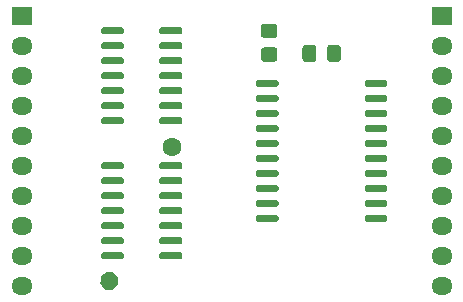
<source format=gbr>
G04 #@! TF.GenerationSoftware,KiCad,Pcbnew,(5.1.8)-1*
G04 #@! TF.CreationDate,2023-07-12T22:57:21+03:00*
G04 #@! TF.ProjectId,INV,494e562e-6b69-4636-9164-5f7063625858,rev?*
G04 #@! TF.SameCoordinates,PX48ab840PY2455c20*
G04 #@! TF.FileFunction,Soldermask,Top*
G04 #@! TF.FilePolarity,Negative*
%FSLAX46Y46*%
G04 Gerber Fmt 4.6, Leading zero omitted, Abs format (unit mm)*
G04 Created by KiCad (PCBNEW (5.1.8)-1) date 2023-07-12 22:57:21*
%MOMM*%
%LPD*%
G01*
G04 APERTURE LIST*
%ADD10C,1.600000*%
%ADD11O,1.800000X1.500000*%
%ADD12R,1.800000X1.500000*%
G04 APERTURE END LIST*
G36*
G01*
X27490000Y-5240000D02*
X27490000Y-6190000D01*
G75*
G02*
X27240000Y-6440000I-250000J0D01*
G01*
X26565000Y-6440000D01*
G75*
G02*
X26315000Y-6190000I0J250000D01*
G01*
X26315000Y-5240000D01*
G75*
G02*
X26565000Y-4990000I250000J0D01*
G01*
X27240000Y-4990000D01*
G75*
G02*
X27490000Y-5240000I0J-250000D01*
G01*
G37*
G36*
G01*
X29565000Y-5240000D02*
X29565000Y-6190000D01*
G75*
G02*
X29315000Y-6440000I-250000J0D01*
G01*
X28640000Y-6440000D01*
G75*
G02*
X28390000Y-6190000I0J250000D01*
G01*
X28390000Y-5240000D01*
G75*
G02*
X28640000Y-4990000I250000J0D01*
G01*
X29315000Y-4990000D01*
G75*
G02*
X29565000Y-5240000I0J-250000D01*
G01*
G37*
G36*
G01*
X10295367Y-24256301D02*
X10295367Y-24256301D01*
G75*
G02*
X10682318Y-25319442I-338095J-725046D01*
G01*
X10682318Y-25319442D01*
G75*
G02*
X9619177Y-25706393I-725046J338095D01*
G01*
X9619177Y-25706393D01*
G75*
G02*
X9232226Y-24643252I338095J725046D01*
G01*
X9232226Y-24643252D01*
G75*
G02*
X10295367Y-24256301I725046J-338095D01*
G01*
G37*
D10*
X15240000Y-13652500D03*
G36*
G01*
X23945001Y-4410000D02*
X23044999Y-4410000D01*
G75*
G02*
X22795000Y-4160001I0J249999D01*
G01*
X22795000Y-3459999D01*
G75*
G02*
X23044999Y-3210000I249999J0D01*
G01*
X23945001Y-3210000D01*
G75*
G02*
X24195000Y-3459999I0J-249999D01*
G01*
X24195000Y-4160001D01*
G75*
G02*
X23945001Y-4410000I-249999J0D01*
G01*
G37*
G36*
G01*
X23945001Y-6410000D02*
X23044999Y-6410000D01*
G75*
G02*
X22795000Y-6160001I0J249999D01*
G01*
X22795000Y-5459999D01*
G75*
G02*
X23044999Y-5210000I249999J0D01*
G01*
X23945001Y-5210000D01*
G75*
G02*
X24195000Y-5459999I0J-249999D01*
G01*
X24195000Y-6160001D01*
G75*
G02*
X23945001Y-6410000I-249999J0D01*
G01*
G37*
G36*
G01*
X31590000Y-8405000D02*
X31590000Y-8105000D01*
G75*
G02*
X31740000Y-7955000I150000J0D01*
G01*
X33340000Y-7955000D01*
G75*
G02*
X33490000Y-8105000I0J-150000D01*
G01*
X33490000Y-8405000D01*
G75*
G02*
X33340000Y-8555000I-150000J0D01*
G01*
X31740000Y-8555000D01*
G75*
G02*
X31590000Y-8405000I0J150000D01*
G01*
G37*
G36*
G01*
X31590000Y-9675000D02*
X31590000Y-9375000D01*
G75*
G02*
X31740000Y-9225000I150000J0D01*
G01*
X33340000Y-9225000D01*
G75*
G02*
X33490000Y-9375000I0J-150000D01*
G01*
X33490000Y-9675000D01*
G75*
G02*
X33340000Y-9825000I-150000J0D01*
G01*
X31740000Y-9825000D01*
G75*
G02*
X31590000Y-9675000I0J150000D01*
G01*
G37*
G36*
G01*
X31590000Y-10945000D02*
X31590000Y-10645000D01*
G75*
G02*
X31740000Y-10495000I150000J0D01*
G01*
X33340000Y-10495000D01*
G75*
G02*
X33490000Y-10645000I0J-150000D01*
G01*
X33490000Y-10945000D01*
G75*
G02*
X33340000Y-11095000I-150000J0D01*
G01*
X31740000Y-11095000D01*
G75*
G02*
X31590000Y-10945000I0J150000D01*
G01*
G37*
G36*
G01*
X31590000Y-12215000D02*
X31590000Y-11915000D01*
G75*
G02*
X31740000Y-11765000I150000J0D01*
G01*
X33340000Y-11765000D01*
G75*
G02*
X33490000Y-11915000I0J-150000D01*
G01*
X33490000Y-12215000D01*
G75*
G02*
X33340000Y-12365000I-150000J0D01*
G01*
X31740000Y-12365000D01*
G75*
G02*
X31590000Y-12215000I0J150000D01*
G01*
G37*
G36*
G01*
X31590000Y-13485000D02*
X31590000Y-13185000D01*
G75*
G02*
X31740000Y-13035000I150000J0D01*
G01*
X33340000Y-13035000D01*
G75*
G02*
X33490000Y-13185000I0J-150000D01*
G01*
X33490000Y-13485000D01*
G75*
G02*
X33340000Y-13635000I-150000J0D01*
G01*
X31740000Y-13635000D01*
G75*
G02*
X31590000Y-13485000I0J150000D01*
G01*
G37*
G36*
G01*
X31590000Y-14755000D02*
X31590000Y-14455000D01*
G75*
G02*
X31740000Y-14305000I150000J0D01*
G01*
X33340000Y-14305000D01*
G75*
G02*
X33490000Y-14455000I0J-150000D01*
G01*
X33490000Y-14755000D01*
G75*
G02*
X33340000Y-14905000I-150000J0D01*
G01*
X31740000Y-14905000D01*
G75*
G02*
X31590000Y-14755000I0J150000D01*
G01*
G37*
G36*
G01*
X31590000Y-16025000D02*
X31590000Y-15725000D01*
G75*
G02*
X31740000Y-15575000I150000J0D01*
G01*
X33340000Y-15575000D01*
G75*
G02*
X33490000Y-15725000I0J-150000D01*
G01*
X33490000Y-16025000D01*
G75*
G02*
X33340000Y-16175000I-150000J0D01*
G01*
X31740000Y-16175000D01*
G75*
G02*
X31590000Y-16025000I0J150000D01*
G01*
G37*
G36*
G01*
X31590000Y-17295000D02*
X31590000Y-16995000D01*
G75*
G02*
X31740000Y-16845000I150000J0D01*
G01*
X33340000Y-16845000D01*
G75*
G02*
X33490000Y-16995000I0J-150000D01*
G01*
X33490000Y-17295000D01*
G75*
G02*
X33340000Y-17445000I-150000J0D01*
G01*
X31740000Y-17445000D01*
G75*
G02*
X31590000Y-17295000I0J150000D01*
G01*
G37*
G36*
G01*
X31590000Y-18565000D02*
X31590000Y-18265000D01*
G75*
G02*
X31740000Y-18115000I150000J0D01*
G01*
X33340000Y-18115000D01*
G75*
G02*
X33490000Y-18265000I0J-150000D01*
G01*
X33490000Y-18565000D01*
G75*
G02*
X33340000Y-18715000I-150000J0D01*
G01*
X31740000Y-18715000D01*
G75*
G02*
X31590000Y-18565000I0J150000D01*
G01*
G37*
G36*
G01*
X31590000Y-19835000D02*
X31590000Y-19535000D01*
G75*
G02*
X31740000Y-19385000I150000J0D01*
G01*
X33340000Y-19385000D01*
G75*
G02*
X33490000Y-19535000I0J-150000D01*
G01*
X33490000Y-19835000D01*
G75*
G02*
X33340000Y-19985000I-150000J0D01*
G01*
X31740000Y-19985000D01*
G75*
G02*
X31590000Y-19835000I0J150000D01*
G01*
G37*
G36*
G01*
X22390000Y-19835000D02*
X22390000Y-19535000D01*
G75*
G02*
X22540000Y-19385000I150000J0D01*
G01*
X24140000Y-19385000D01*
G75*
G02*
X24290000Y-19535000I0J-150000D01*
G01*
X24290000Y-19835000D01*
G75*
G02*
X24140000Y-19985000I-150000J0D01*
G01*
X22540000Y-19985000D01*
G75*
G02*
X22390000Y-19835000I0J150000D01*
G01*
G37*
G36*
G01*
X22390000Y-18565000D02*
X22390000Y-18265000D01*
G75*
G02*
X22540000Y-18115000I150000J0D01*
G01*
X24140000Y-18115000D01*
G75*
G02*
X24290000Y-18265000I0J-150000D01*
G01*
X24290000Y-18565000D01*
G75*
G02*
X24140000Y-18715000I-150000J0D01*
G01*
X22540000Y-18715000D01*
G75*
G02*
X22390000Y-18565000I0J150000D01*
G01*
G37*
G36*
G01*
X22390000Y-17295000D02*
X22390000Y-16995000D01*
G75*
G02*
X22540000Y-16845000I150000J0D01*
G01*
X24140000Y-16845000D01*
G75*
G02*
X24290000Y-16995000I0J-150000D01*
G01*
X24290000Y-17295000D01*
G75*
G02*
X24140000Y-17445000I-150000J0D01*
G01*
X22540000Y-17445000D01*
G75*
G02*
X22390000Y-17295000I0J150000D01*
G01*
G37*
G36*
G01*
X22390000Y-16025000D02*
X22390000Y-15725000D01*
G75*
G02*
X22540000Y-15575000I150000J0D01*
G01*
X24140000Y-15575000D01*
G75*
G02*
X24290000Y-15725000I0J-150000D01*
G01*
X24290000Y-16025000D01*
G75*
G02*
X24140000Y-16175000I-150000J0D01*
G01*
X22540000Y-16175000D01*
G75*
G02*
X22390000Y-16025000I0J150000D01*
G01*
G37*
G36*
G01*
X22390000Y-14755000D02*
X22390000Y-14455000D01*
G75*
G02*
X22540000Y-14305000I150000J0D01*
G01*
X24140000Y-14305000D01*
G75*
G02*
X24290000Y-14455000I0J-150000D01*
G01*
X24290000Y-14755000D01*
G75*
G02*
X24140000Y-14905000I-150000J0D01*
G01*
X22540000Y-14905000D01*
G75*
G02*
X22390000Y-14755000I0J150000D01*
G01*
G37*
G36*
G01*
X22390000Y-13485000D02*
X22390000Y-13185000D01*
G75*
G02*
X22540000Y-13035000I150000J0D01*
G01*
X24140000Y-13035000D01*
G75*
G02*
X24290000Y-13185000I0J-150000D01*
G01*
X24290000Y-13485000D01*
G75*
G02*
X24140000Y-13635000I-150000J0D01*
G01*
X22540000Y-13635000D01*
G75*
G02*
X22390000Y-13485000I0J150000D01*
G01*
G37*
G36*
G01*
X22390000Y-12215000D02*
X22390000Y-11915000D01*
G75*
G02*
X22540000Y-11765000I150000J0D01*
G01*
X24140000Y-11765000D01*
G75*
G02*
X24290000Y-11915000I0J-150000D01*
G01*
X24290000Y-12215000D01*
G75*
G02*
X24140000Y-12365000I-150000J0D01*
G01*
X22540000Y-12365000D01*
G75*
G02*
X22390000Y-12215000I0J150000D01*
G01*
G37*
G36*
G01*
X22390000Y-10945000D02*
X22390000Y-10645000D01*
G75*
G02*
X22540000Y-10495000I150000J0D01*
G01*
X24140000Y-10495000D01*
G75*
G02*
X24290000Y-10645000I0J-150000D01*
G01*
X24290000Y-10945000D01*
G75*
G02*
X24140000Y-11095000I-150000J0D01*
G01*
X22540000Y-11095000D01*
G75*
G02*
X22390000Y-10945000I0J150000D01*
G01*
G37*
G36*
G01*
X22390000Y-9675000D02*
X22390000Y-9375000D01*
G75*
G02*
X22540000Y-9225000I150000J0D01*
G01*
X24140000Y-9225000D01*
G75*
G02*
X24290000Y-9375000I0J-150000D01*
G01*
X24290000Y-9675000D01*
G75*
G02*
X24140000Y-9825000I-150000J0D01*
G01*
X22540000Y-9825000D01*
G75*
G02*
X22390000Y-9675000I0J150000D01*
G01*
G37*
G36*
G01*
X22390000Y-8405000D02*
X22390000Y-8105000D01*
G75*
G02*
X22540000Y-7955000I150000J0D01*
G01*
X24140000Y-7955000D01*
G75*
G02*
X24290000Y-8105000I0J-150000D01*
G01*
X24290000Y-8405000D01*
G75*
G02*
X24140000Y-8555000I-150000J0D01*
G01*
X22540000Y-8555000D01*
G75*
G02*
X22390000Y-8405000I0J150000D01*
G01*
G37*
D11*
X38100000Y-25400000D03*
X38100000Y-22860000D03*
X38100000Y-20320000D03*
X38100000Y-17780000D03*
X38100000Y-15240000D03*
X38100000Y-12700000D03*
X38100000Y-10160000D03*
X38100000Y-7620000D03*
X38100000Y-5080000D03*
D12*
X38100000Y-2540000D03*
D11*
X2540000Y-25400000D03*
X2540000Y-22860000D03*
X2540000Y-20320000D03*
X2540000Y-17780000D03*
X2540000Y-15240000D03*
X2540000Y-12700000D03*
X2540000Y-10160000D03*
X2540000Y-7620000D03*
X2540000Y-5080000D03*
D12*
X2540000Y-2540000D03*
G36*
G01*
X9250000Y-3960000D02*
X9250000Y-3660000D01*
G75*
G02*
X9400000Y-3510000I150000J0D01*
G01*
X11050000Y-3510000D01*
G75*
G02*
X11200000Y-3660000I0J-150000D01*
G01*
X11200000Y-3960000D01*
G75*
G02*
X11050000Y-4110000I-150000J0D01*
G01*
X9400000Y-4110000D01*
G75*
G02*
X9250000Y-3960000I0J150000D01*
G01*
G37*
G36*
G01*
X9250000Y-5230000D02*
X9250000Y-4930000D01*
G75*
G02*
X9400000Y-4780000I150000J0D01*
G01*
X11050000Y-4780000D01*
G75*
G02*
X11200000Y-4930000I0J-150000D01*
G01*
X11200000Y-5230000D01*
G75*
G02*
X11050000Y-5380000I-150000J0D01*
G01*
X9400000Y-5380000D01*
G75*
G02*
X9250000Y-5230000I0J150000D01*
G01*
G37*
G36*
G01*
X9250000Y-6500000D02*
X9250000Y-6200000D01*
G75*
G02*
X9400000Y-6050000I150000J0D01*
G01*
X11050000Y-6050000D01*
G75*
G02*
X11200000Y-6200000I0J-150000D01*
G01*
X11200000Y-6500000D01*
G75*
G02*
X11050000Y-6650000I-150000J0D01*
G01*
X9400000Y-6650000D01*
G75*
G02*
X9250000Y-6500000I0J150000D01*
G01*
G37*
G36*
G01*
X9250000Y-7770000D02*
X9250000Y-7470000D01*
G75*
G02*
X9400000Y-7320000I150000J0D01*
G01*
X11050000Y-7320000D01*
G75*
G02*
X11200000Y-7470000I0J-150000D01*
G01*
X11200000Y-7770000D01*
G75*
G02*
X11050000Y-7920000I-150000J0D01*
G01*
X9400000Y-7920000D01*
G75*
G02*
X9250000Y-7770000I0J150000D01*
G01*
G37*
G36*
G01*
X9250000Y-9040000D02*
X9250000Y-8740000D01*
G75*
G02*
X9400000Y-8590000I150000J0D01*
G01*
X11050000Y-8590000D01*
G75*
G02*
X11200000Y-8740000I0J-150000D01*
G01*
X11200000Y-9040000D01*
G75*
G02*
X11050000Y-9190000I-150000J0D01*
G01*
X9400000Y-9190000D01*
G75*
G02*
X9250000Y-9040000I0J150000D01*
G01*
G37*
G36*
G01*
X9250000Y-10310000D02*
X9250000Y-10010000D01*
G75*
G02*
X9400000Y-9860000I150000J0D01*
G01*
X11050000Y-9860000D01*
G75*
G02*
X11200000Y-10010000I0J-150000D01*
G01*
X11200000Y-10310000D01*
G75*
G02*
X11050000Y-10460000I-150000J0D01*
G01*
X9400000Y-10460000D01*
G75*
G02*
X9250000Y-10310000I0J150000D01*
G01*
G37*
G36*
G01*
X9250000Y-11580000D02*
X9250000Y-11280000D01*
G75*
G02*
X9400000Y-11130000I150000J0D01*
G01*
X11050000Y-11130000D01*
G75*
G02*
X11200000Y-11280000I0J-150000D01*
G01*
X11200000Y-11580000D01*
G75*
G02*
X11050000Y-11730000I-150000J0D01*
G01*
X9400000Y-11730000D01*
G75*
G02*
X9250000Y-11580000I0J150000D01*
G01*
G37*
G36*
G01*
X14200000Y-11580000D02*
X14200000Y-11280000D01*
G75*
G02*
X14350000Y-11130000I150000J0D01*
G01*
X16000000Y-11130000D01*
G75*
G02*
X16150000Y-11280000I0J-150000D01*
G01*
X16150000Y-11580000D01*
G75*
G02*
X16000000Y-11730000I-150000J0D01*
G01*
X14350000Y-11730000D01*
G75*
G02*
X14200000Y-11580000I0J150000D01*
G01*
G37*
G36*
G01*
X14200000Y-10310000D02*
X14200000Y-10010000D01*
G75*
G02*
X14350000Y-9860000I150000J0D01*
G01*
X16000000Y-9860000D01*
G75*
G02*
X16150000Y-10010000I0J-150000D01*
G01*
X16150000Y-10310000D01*
G75*
G02*
X16000000Y-10460000I-150000J0D01*
G01*
X14350000Y-10460000D01*
G75*
G02*
X14200000Y-10310000I0J150000D01*
G01*
G37*
G36*
G01*
X14200000Y-9040000D02*
X14200000Y-8740000D01*
G75*
G02*
X14350000Y-8590000I150000J0D01*
G01*
X16000000Y-8590000D01*
G75*
G02*
X16150000Y-8740000I0J-150000D01*
G01*
X16150000Y-9040000D01*
G75*
G02*
X16000000Y-9190000I-150000J0D01*
G01*
X14350000Y-9190000D01*
G75*
G02*
X14200000Y-9040000I0J150000D01*
G01*
G37*
G36*
G01*
X14200000Y-7770000D02*
X14200000Y-7470000D01*
G75*
G02*
X14350000Y-7320000I150000J0D01*
G01*
X16000000Y-7320000D01*
G75*
G02*
X16150000Y-7470000I0J-150000D01*
G01*
X16150000Y-7770000D01*
G75*
G02*
X16000000Y-7920000I-150000J0D01*
G01*
X14350000Y-7920000D01*
G75*
G02*
X14200000Y-7770000I0J150000D01*
G01*
G37*
G36*
G01*
X14200000Y-6500000D02*
X14200000Y-6200000D01*
G75*
G02*
X14350000Y-6050000I150000J0D01*
G01*
X16000000Y-6050000D01*
G75*
G02*
X16150000Y-6200000I0J-150000D01*
G01*
X16150000Y-6500000D01*
G75*
G02*
X16000000Y-6650000I-150000J0D01*
G01*
X14350000Y-6650000D01*
G75*
G02*
X14200000Y-6500000I0J150000D01*
G01*
G37*
G36*
G01*
X14200000Y-5230000D02*
X14200000Y-4930000D01*
G75*
G02*
X14350000Y-4780000I150000J0D01*
G01*
X16000000Y-4780000D01*
G75*
G02*
X16150000Y-4930000I0J-150000D01*
G01*
X16150000Y-5230000D01*
G75*
G02*
X16000000Y-5380000I-150000J0D01*
G01*
X14350000Y-5380000D01*
G75*
G02*
X14200000Y-5230000I0J150000D01*
G01*
G37*
G36*
G01*
X14200000Y-3960000D02*
X14200000Y-3660000D01*
G75*
G02*
X14350000Y-3510000I150000J0D01*
G01*
X16000000Y-3510000D01*
G75*
G02*
X16150000Y-3660000I0J-150000D01*
G01*
X16150000Y-3960000D01*
G75*
G02*
X16000000Y-4110000I-150000J0D01*
G01*
X14350000Y-4110000D01*
G75*
G02*
X14200000Y-3960000I0J150000D01*
G01*
G37*
G36*
G01*
X14200000Y-15390000D02*
X14200000Y-15090000D01*
G75*
G02*
X14350000Y-14940000I150000J0D01*
G01*
X16000000Y-14940000D01*
G75*
G02*
X16150000Y-15090000I0J-150000D01*
G01*
X16150000Y-15390000D01*
G75*
G02*
X16000000Y-15540000I-150000J0D01*
G01*
X14350000Y-15540000D01*
G75*
G02*
X14200000Y-15390000I0J150000D01*
G01*
G37*
G36*
G01*
X14200000Y-16660000D02*
X14200000Y-16360000D01*
G75*
G02*
X14350000Y-16210000I150000J0D01*
G01*
X16000000Y-16210000D01*
G75*
G02*
X16150000Y-16360000I0J-150000D01*
G01*
X16150000Y-16660000D01*
G75*
G02*
X16000000Y-16810000I-150000J0D01*
G01*
X14350000Y-16810000D01*
G75*
G02*
X14200000Y-16660000I0J150000D01*
G01*
G37*
G36*
G01*
X14200000Y-17930000D02*
X14200000Y-17630000D01*
G75*
G02*
X14350000Y-17480000I150000J0D01*
G01*
X16000000Y-17480000D01*
G75*
G02*
X16150000Y-17630000I0J-150000D01*
G01*
X16150000Y-17930000D01*
G75*
G02*
X16000000Y-18080000I-150000J0D01*
G01*
X14350000Y-18080000D01*
G75*
G02*
X14200000Y-17930000I0J150000D01*
G01*
G37*
G36*
G01*
X14200000Y-19200000D02*
X14200000Y-18900000D01*
G75*
G02*
X14350000Y-18750000I150000J0D01*
G01*
X16000000Y-18750000D01*
G75*
G02*
X16150000Y-18900000I0J-150000D01*
G01*
X16150000Y-19200000D01*
G75*
G02*
X16000000Y-19350000I-150000J0D01*
G01*
X14350000Y-19350000D01*
G75*
G02*
X14200000Y-19200000I0J150000D01*
G01*
G37*
G36*
G01*
X14200000Y-20470000D02*
X14200000Y-20170000D01*
G75*
G02*
X14350000Y-20020000I150000J0D01*
G01*
X16000000Y-20020000D01*
G75*
G02*
X16150000Y-20170000I0J-150000D01*
G01*
X16150000Y-20470000D01*
G75*
G02*
X16000000Y-20620000I-150000J0D01*
G01*
X14350000Y-20620000D01*
G75*
G02*
X14200000Y-20470000I0J150000D01*
G01*
G37*
G36*
G01*
X14200000Y-21740000D02*
X14200000Y-21440000D01*
G75*
G02*
X14350000Y-21290000I150000J0D01*
G01*
X16000000Y-21290000D01*
G75*
G02*
X16150000Y-21440000I0J-150000D01*
G01*
X16150000Y-21740000D01*
G75*
G02*
X16000000Y-21890000I-150000J0D01*
G01*
X14350000Y-21890000D01*
G75*
G02*
X14200000Y-21740000I0J150000D01*
G01*
G37*
G36*
G01*
X14200000Y-23010000D02*
X14200000Y-22710000D01*
G75*
G02*
X14350000Y-22560000I150000J0D01*
G01*
X16000000Y-22560000D01*
G75*
G02*
X16150000Y-22710000I0J-150000D01*
G01*
X16150000Y-23010000D01*
G75*
G02*
X16000000Y-23160000I-150000J0D01*
G01*
X14350000Y-23160000D01*
G75*
G02*
X14200000Y-23010000I0J150000D01*
G01*
G37*
G36*
G01*
X9250000Y-23010000D02*
X9250000Y-22710000D01*
G75*
G02*
X9400000Y-22560000I150000J0D01*
G01*
X11050000Y-22560000D01*
G75*
G02*
X11200000Y-22710000I0J-150000D01*
G01*
X11200000Y-23010000D01*
G75*
G02*
X11050000Y-23160000I-150000J0D01*
G01*
X9400000Y-23160000D01*
G75*
G02*
X9250000Y-23010000I0J150000D01*
G01*
G37*
G36*
G01*
X9250000Y-21740000D02*
X9250000Y-21440000D01*
G75*
G02*
X9400000Y-21290000I150000J0D01*
G01*
X11050000Y-21290000D01*
G75*
G02*
X11200000Y-21440000I0J-150000D01*
G01*
X11200000Y-21740000D01*
G75*
G02*
X11050000Y-21890000I-150000J0D01*
G01*
X9400000Y-21890000D01*
G75*
G02*
X9250000Y-21740000I0J150000D01*
G01*
G37*
G36*
G01*
X9250000Y-20470000D02*
X9250000Y-20170000D01*
G75*
G02*
X9400000Y-20020000I150000J0D01*
G01*
X11050000Y-20020000D01*
G75*
G02*
X11200000Y-20170000I0J-150000D01*
G01*
X11200000Y-20470000D01*
G75*
G02*
X11050000Y-20620000I-150000J0D01*
G01*
X9400000Y-20620000D01*
G75*
G02*
X9250000Y-20470000I0J150000D01*
G01*
G37*
G36*
G01*
X9250000Y-19200000D02*
X9250000Y-18900000D01*
G75*
G02*
X9400000Y-18750000I150000J0D01*
G01*
X11050000Y-18750000D01*
G75*
G02*
X11200000Y-18900000I0J-150000D01*
G01*
X11200000Y-19200000D01*
G75*
G02*
X11050000Y-19350000I-150000J0D01*
G01*
X9400000Y-19350000D01*
G75*
G02*
X9250000Y-19200000I0J150000D01*
G01*
G37*
G36*
G01*
X9250000Y-17930000D02*
X9250000Y-17630000D01*
G75*
G02*
X9400000Y-17480000I150000J0D01*
G01*
X11050000Y-17480000D01*
G75*
G02*
X11200000Y-17630000I0J-150000D01*
G01*
X11200000Y-17930000D01*
G75*
G02*
X11050000Y-18080000I-150000J0D01*
G01*
X9400000Y-18080000D01*
G75*
G02*
X9250000Y-17930000I0J150000D01*
G01*
G37*
G36*
G01*
X9250000Y-16660000D02*
X9250000Y-16360000D01*
G75*
G02*
X9400000Y-16210000I150000J0D01*
G01*
X11050000Y-16210000D01*
G75*
G02*
X11200000Y-16360000I0J-150000D01*
G01*
X11200000Y-16660000D01*
G75*
G02*
X11050000Y-16810000I-150000J0D01*
G01*
X9400000Y-16810000D01*
G75*
G02*
X9250000Y-16660000I0J150000D01*
G01*
G37*
G36*
G01*
X9250000Y-15390000D02*
X9250000Y-15090000D01*
G75*
G02*
X9400000Y-14940000I150000J0D01*
G01*
X11050000Y-14940000D01*
G75*
G02*
X11200000Y-15090000I0J-150000D01*
G01*
X11200000Y-15390000D01*
G75*
G02*
X11050000Y-15540000I-150000J0D01*
G01*
X9400000Y-15540000D01*
G75*
G02*
X9250000Y-15390000I0J150000D01*
G01*
G37*
M02*

</source>
